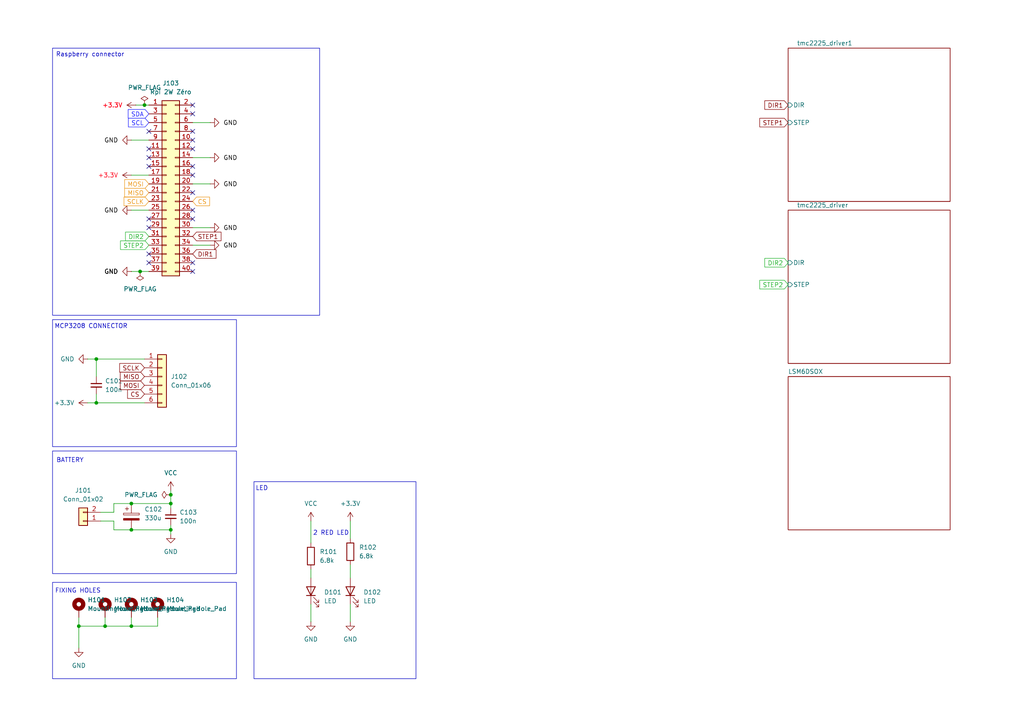
<source format=kicad_sch>
(kicad_sch (version 20250114) (generator "eeschema") (generator_version "9.0")
  (paper "A4")
  (lib_symbols
    (symbol "Connector_Generic:Conn_01x02" (pin_names (offset 1.016) (hide yes))
      (property "Reference" "J" (at 0 2.54 0))
      (property "Value" "Conn_01x02" (at 0 -5.08 0))
      (symbol "Conn_01x02_1_1"
        (rectangle (start -1.27 1.27) (end 1.27 -3.81) (stroke (width 0.254)) (fill (type background)))
        (rectangle (start -1.27 0.127) (end 0 -0.127) (stroke (width 0.1524)))
        (rectangle (start -1.27 -2.413) (end 0 -2.667) (stroke (width 0.1524)))
        (pin passive line (at -5.08 0 0) (length 3.81) (name "Pin_1") (number "1"))
        (pin passive line (at -5.08 -2.54 0) (length 3.81) (name "Pin_2") (number "2"))
      )
    )
    (symbol "Connector_Generic:Conn_01x06" (pin_names (offset 1.016) (hide yes))
      (property "Reference" "J" (at 0 7.62 0))
      (property "Value" "Conn_01x06" (at 0 -10.16 0))
      (symbol "Conn_01x06_1_1"
        (rectangle (start -1.27 6.35) (end 1.27 -8.89) (stroke (width 0.254)) (fill (type background)))
        (rectangle (start -1.27 5.207) (end 0 4.953) (stroke (width 0.1524)))
        (rectangle (start -1.27 2.667) (end 0 2.413) (stroke (width 0.1524)))
        (rectangle (start -1.27 0.127) (end 0 -0.127) (stroke (width 0.1524)))
        (rectangle (start -1.27 -2.413) (end 0 -2.667) (stroke (width 0.1524)))
        (rectangle (start -1.27 -4.953) (end 0 -5.207) (stroke (width 0.1524)))
        (rectangle (start -1.27 -7.493) (end 0 -7.747) (stroke (width 0.1524)))
        (pin passive line (at -5.08 5.08 0) (length 3.81) (name "Pin_1") (number "1"))
        (pin passive line (at -5.08 2.54 0) (length 3.81) (name "Pin_2") (number "2"))
        (pin passive line (at -5.08 0 0) (length 3.81) (name "Pin_3") (number "3"))
        (pin passive line (at -5.08 -2.54 0) (length 3.81) (name "Pin_4") (number "4"))
        (pin passive line (at -5.08 -5.08 0) (length 3.81) (name "Pin_5") (number "5"))
        (pin passive line (at -5.08 -7.62 0) (length 3.81) (name "Pin_6") (number "6"))
      )
    )
    (symbol "Connector_Generic:Conn_02x20_Odd_Even" (pin_names (offset 1.016) (hide yes))
      (property "Reference" "J" (at 1.27 25.4 0))
      (property "Value" "Conn_02x20_Odd_Even" (at 1.27 -27.94 0))
      (symbol "Conn_02x20_Odd_Even_1_1"
        (rectangle (start -1.27 24.13) (end 3.81 -26.67) (stroke (width 0.254)) (fill (type background)))
        (rectangle (start -1.27 22.987) (end 0 22.733) (stroke (width 0.1524)))
        (rectangle (start -1.27 20.447) (end 0 20.193) (stroke (width 0.1524)))
        (rectangle (start -1.27 17.907) (end 0 17.653) (stroke (width 0.1524)))
        (rectangle (start -1.27 15.367) (end 0 15.113) (stroke (width 0.1524)))
        (rectangle (start -1.27 12.827) (end 0 12.573) (stroke (width 0.1524)))
        (rectangle (start -1.27 10.287) (end 0 10.033) (stroke (width 0.1524)))
        (rectangle (start -1.27 7.747) (end 0 7.493) (stroke (width 0.1524)))
        (rectangle (start -1.27 5.207) (end 0 4.953) (stroke (width 0.1524)))
        (rectangle (start -1.27 2.667) (end 0 2.413) (stroke (width 0.1524)))
        (rectangle (start -1.27 0.127) (end 0 -0.127) (stroke (width 0.1524)))
        (rectangle (start -1.27 -2.413) (end 0 -2.667) (stroke (width 0.1524)))
        (rectangle (start -1.27 -4.953) (end 0 -5.207) (stroke (width 0.1524)))
        (rectangle (start -1.27 -7.493) (end 0 -7.747) (stroke (width 0.1524)))
        (rectangle (start -1.27 -10.033) (end 0 -10.287) (stroke (width 0.1524)))
        (rectangle (start -1.27 -12.573) (end 0 -12.827) (stroke (width 0.1524)))
        (rectangle (start -1.27 -15.113) (end 0 -15.367) (stroke (width 0.1524)))
        (rectangle (start -1.27 -17.653) (end 0 -17.907) (stroke (width 0.1524)))
        (rectangle (start -1.27 -20.193) (end 0 -20.447) (stroke (width 0.1524)))
        (rectangle (start -1.27 -22.733) (end 0 -22.987) (stroke (width 0.1524)))
        (rectangle (start -1.27 -25.273) (end 0 -25.527) (stroke (width 0.1524)))
        (rectangle (start 3.81 22.987) (end 2.54 22.733) (stroke (width 0.1524)))
        (rectangle (start 3.81 20.447) (end 2.54 20.193) (stroke (width 0.1524)))
        (rectangle (start 3.81 17.907) (end 2.54 17.653) (stroke (width 0.1524)))
        (rectangle (start 3.81 15.367) (end 2.54 15.113) (stroke (width 0.1524)))
        (rectangle (start 3.81 12.827) (end 2.54 12.573) (stroke (width 0.1524)))
        (rectangle (start 3.81 10.287) (end 2.54 10.033) (stroke (width 0.1524)))
        (rectangle (start 3.81 7.747) (end 2.54 7.493) (stroke (width 0.1524)))
        (rectangle (start 3.81 5.207) (end 2.54 4.953) (stroke (width 0.1524)))
        (rectangle (start 3.81 2.667) (end 2.54 2.413) (stroke (width 0.1524)))
        (rectangle (start 3.81 0.127) (end 2.54 -0.127) (stroke (width 0.1524)))
        (rectangle (start 3.81 -2.413) (end 2.54 -2.667) (stroke (width 0.1524)))
        (rectangle (start 3.81 -4.953) (end 2.54 -5.207) (stroke (width 0.1524)))
        (rectangle (start 3.81 -7.493) (end 2.54 -7.747) (stroke (width 0.1524)))
        (rectangle (start 3.81 -10.033) (end 2.54 -10.287) (stroke (width 0.1524)))
        (rectangle (start 3.81 -12.573) (end 2.54 -12.827) (stroke (width 0.1524)))
        (rectangle (start 3.81 -15.113) (end 2.54 -15.367) (stroke (width 0.1524)))
        (rectangle (start 3.81 -17.653) (end 2.54 -17.907) (stroke (width 0.1524)))
        (rectangle (start 3.81 -20.193) (end 2.54 -20.447) (stroke (width 0.1524)))
        (rectangle (start 3.81 -22.733) (end 2.54 -22.987) (stroke (width 0.1524)))
        (rectangle (start 3.81 -25.273) (end 2.54 -25.527) (stroke (width 0.1524)))
        (pin passive line (at -5.08 22.86 0) (length 3.81) (name "Pin_1") (number "1"))
        (pin passive line (at -5.08 20.32 0) (length 3.81) (name "Pin_3") (number "3"))
        (pin passive line (at -5.08 17.78 0) (length 3.81) (name "Pin_5") (number "5"))
        (pin passive line (at -5.08 15.24 0) (length 3.81) (name "Pin_7") (number "7"))
        (pin passive line (at -5.08 12.7 0) (length 3.81) (name "Pin_9") (number "9"))
        (pin passive line (at -5.08 10.16 0) (length 3.81) (name "Pin_11") (number "11"))
        (pin passive line (at -5.08 7.62 0) (length 3.81) (name "Pin_13") (number "13"))
        (pin passive line (at -5.08 5.08 0) (length 3.81) (name "Pin_15") (number "15"))
        (pin passive line (at -5.08 2.54 0) (length 3.81) (name "Pin_17") (number "17"))
        (pin passive line (at -5.08 0 0) (length 3.81) (name "Pin_19") (number "19"))
        (pin passive line (at -5.08 -2.54 0) (length 3.81) (name "Pin_21") (number "21"))
        (pin passive line (at -5.08 -5.08 0) (length 3.81) (name "Pin_23") (number "23"))
        (pin passive line (at -5.08 -7.62 0) (length 3.81) (name "Pin_25") (number "25"))
        (pin passive line (at -5.08 -10.16 0) (length 3.81) (name "Pin_27") (number "27"))
        (pin passive line (at -5.08 -12.7 0) (length 3.81) (name "Pin_29") (number "29"))
        (pin passive line (at -5.08 -15.24 0) (length 3.81) (name "Pin_31") (number "31"))
        (pin passive line (at -5.08 -17.78 0) (length 3.81) (name "Pin_33") (number "33"))
        (pin passive line (at -5.08 -20.32 0) (length 3.81) (name "Pin_35") (number "35"))
        (pin passive line (at -5.08 -22.86 0) (length 3.81) (name "Pin_37") (number "37"))
        (pin passive line (at -5.08 -25.4 0) (length 3.81) (name "Pin_39") (number "39"))
        (pin passive line (at 7.62 22.86 180) (length 3.81) (name "Pin_2") (number "2"))
        (pin passive line (at 7.62 20.32 180) (length 3.81) (name "Pin_4") (number "4"))
        (pin passive line (at 7.62 17.78 180) (length 3.81) (name "Pin_6") (number "6"))
        (pin passive line (at 7.62 15.24 180) (length 3.81) (name "Pin_8") (number "8"))
        (pin passive line (at 7.62 12.7 180) (length 3.81) (name "Pin_10") (number "10"))
        (pin passive line (at 7.62 10.16 180) (length 3.81) (name "Pin_12") (number "12"))
        (pin passive line (at 7.62 7.62 180) (length 3.81) (name "Pin_14") (number "14"))
        (pin passive line (at 7.62 5.08 180) (length 3.81) (name "Pin_16") (number "16"))
        (pin passive line (at 7.62 2.54 180) (length 3.81) (name "Pin_18") (number "18"))
        (pin passive line (at 7.62 0 180) (length 3.81) (name "Pin_20") (number "20"))
        (pin passive line (at 7.62 -2.54 180) (length 3.81) (name "Pin_22") (number "22"))
        (pin passive line (at 7.62 -5.08 180) (length 3.81) (name "Pin_24") (number "24"))
        (pin passive line (at 7.62 -7.62 180) (length 3.81) (name "Pin_26") (number "26"))
        (pin passive line (at 7.62 -10.16 180) (length 3.81) (name "Pin_28") (number "28"))
        (pin passive line (at 7.62 -12.7 180) (length 3.81) (name "Pin_30") (number "30"))
        (pin passive line (at 7.62 -15.24 180) (length 3.81) (name "Pin_32") (number "32"))
        (pin passive line (at 7.62 -17.78 180) (length 3.81) (name "Pin_34") (number "34"))
        (pin passive line (at 7.62 -20.32 180) (length 3.81) (name "Pin_36") (number "36"))
        (pin passive line (at 7.62 -22.86 180) (length 3.81) (name "Pin_38") (number "38"))
        (pin passive line (at 7.62 -25.4 180) (length 3.81) (name "Pin_40") (number "40"))
      )
    )
    (symbol "Device:C_Polarized" (pin_numbers (hide yes)) (pin_names (offset 0.254))
      (property "Reference" "C" (at 0.635 2.54 0))
      (property "Value" "C_Polarized" (at 0.635 -2.54 0))
      (symbol "C_Polarized_0_1"
        (rectangle (start -2.286 0.508) (end 2.286 1.016))
        (polyline (pts (xy -1.778 2.286) (xy -0.762 2.286)))
        (polyline (pts (xy -1.27 2.794) (xy -1.27 1.778)))
        (rectangle (start 2.286 -0.508) (end -2.286 -1.016) (fill (type outline)))
      )
      (symbol "C_Polarized_1_1"
        (pin passive line (at 0 3.81 270) (length 2.794) (name "~") (number "1"))
        (pin passive line (at 0 -3.81 90) (length 2.794) (name "~") (number "2"))
      )
    )
    (symbol "Device:C_Small" (pin_numbers (hide yes)) (pin_names (offset 0.254) (hide yes))
      (property "Reference" "C" (at 0.254 1.778 0))
      (property "Value" "C_Small" (at 0.254 -2.032 0))
      (symbol "C_Small_0_1"
        (polyline (pts (xy -1.524 0.508) (xy 1.524 0.508)) (stroke (width 0.3048)))
        (polyline (pts (xy -1.524 -0.508) (xy 1.524 -0.508)) (stroke (width 0.3302)))
      )
      (symbol "C_Small_1_1"
        (pin passive line (at 0 2.54 270) (length 2.032) (name "~") (number "1"))
        (pin passive line (at 0 -2.54 90) (length 2.032) (name "~") (number "2"))
      )
    )
    (symbol "Device:LED" (pin_numbers (hide yes)) (pin_names (offset 1.016) (hide yes))
      (property "Reference" "D" (at 0 2.54 0))
      (property "Value" "LED" (at 0 -2.54 0))
      (symbol "LED_0_1"
        (polyline (pts (xy -3.048 -0.762) (xy -4.572 -2.286) (xy -3.81 -2.286) (xy -4.572 -2.286) (xy -4.572 -1.524)))
        (polyline (pts (xy -1.778 -0.762) (xy -3.302 -2.286) (xy -2.54 -2.286) (xy -3.302 -2.286) (xy -3.302 -1.524)))
        (polyline (pts (xy -1.27 0) (xy 1.27 0)))
        (polyline (pts (xy -1.27 -1.27) (xy -1.27 1.27)) (stroke (width 0.254)))
        (polyline (pts (xy 1.27 -1.27) (xy 1.27 1.27) (xy -1.27 0) (xy 1.27 -1.27)) (stroke (width 0.254)))
      )
      (symbol "LED_1_1"
        (pin passive line (at -3.81 0 0) (length 2.54) (name "K") (number "1"))
        (pin passive line (at 3.81 0 180) (length 2.54) (name "A") (number "2"))
      )
    )
    (symbol "Device:R" (pin_numbers (hide yes)) (pin_names (offset 0))
      (property "Reference" "R" (at 2.032 0 90))
      (property "Value" "R" (at 0 0 90))
      (symbol "R_0_1"
        (rectangle (start -1.016 -2.54) (end 1.016 2.54) (stroke (width 0.254)))
      )
      (symbol "R_1_1"
        (pin passive line (at 0 3.81 270) (length 1.27) (name "~") (number "1"))
        (pin passive line (at 0 -3.81 90) (length 1.27) (name "~") (number "2"))
      )
    )
    (symbol "Mechanical:MountingHole_Pad" (pin_numbers (hide yes)) (pin_names (offset 1.016) (hide yes))
      (property "Reference" "H" (at 0 6.35 0))
      (property "Value" "MountingHole_Pad" (at 0 4.445 0))
      (symbol "MountingHole_Pad_0_1"
        (circle (center 0 1.27) (radius 1.27) (stroke (width 1.27)))
      )
      (symbol "MountingHole_Pad_1_1"
        (pin input line (at 0 -2.54 90) (length 2.54) (name "1") (number "1"))
      )
    )
    (symbol "VCC_2" (power) (pin_numbers (hide yes)) (pin_names (offset 0) (hide yes))
      (property "Value" "VCC" (at 0 3.556 0))
      (symbol "VCC_2_0_1"
        (polyline (pts (xy -0.762 1.27) (xy 0 2.54)))
        (polyline (pts (xy 0 2.54) (xy 0.762 1.27)))
        (polyline (pts (xy 0 0) (xy 0 2.54)))
      )
      (symbol "VCC_2_1_1"
        (pin power_in line (at 0 0 90) (length 0) (name "~") (number "1"))
      )
    )
    (symbol "power:+3.3V" (power) (pin_numbers (hide yes)) (pin_names (offset 0) (hide yes))
      (property "Value" "+3.3V" (at 0 3.556 0))
      (symbol "+3.3V_0_1"
        (polyline (pts (xy -0.762 1.27) (xy 0 2.54)))
        (polyline (pts (xy 0 2.54) (xy 0.762 1.27)))
        (polyline (pts (xy 0 0) (xy 0 2.54)))
      )
      (symbol "+3.3V_1_1"
        (pin power_in line (at 0 0 90) (length 0) (name "~") (number "1"))
      )
    )
    (symbol "power:GND" (power) (pin_numbers (hide yes)) (pin_names (offset 0) (hide yes))
      (property "Value" "GND" (at 0 -3.81 0))
      (symbol "GND_0_1"
        (polyline (pts (xy 0 0) (xy 0 -1.27) (xy 1.27 -1.27) (xy 0 -2.54) (xy -1.27 -1.27) (xy 0 -1.27)))
      )
      (symbol "GND_1_1"
        (pin power_in line (at 0 0 270) (length 0) (name "~") (number "1"))
      )
    )
    (symbol "power:PWR_FLAG" (power) (pin_numbers (hide yes)) (pin_names (offset 0) (hide yes))
      (property "Value" "PWR_FLAG" (at 0 3.81 0))
      (symbol "PWR_FLAG_0_0"
        (pin power_out line (at 0 0 90) (length 0) (name "~") (number "1"))
      )
      (symbol "PWR_FLAG_0_1"
        (polyline (pts (xy 0 0) (xy 0 1.27) (xy -1.016 1.905) (xy 0 2.54) (xy 1.016 1.905) (xy 0 1.27)))
      )
    )
    (symbol "power:VCC" (power) (pin_names (offset 0))
      (property "Value" "VCC" (at 0 3.81 0))
      (symbol "VCC_0_1"
        (polyline (pts (xy -0.762 1.27) (xy 0 2.54)))
        (polyline (pts (xy 0 2.54) (xy 0.762 1.27)))
        (polyline (pts (xy 0 0) (xy 0 2.54)))
      )
      (symbol "VCC_1_1"
        (pin power_in line (at 0 0 90) (length 0) (hide yes) (name "VCC") (number "1"))
      )
    )
  )
  (rectangle (start 15.24 168.91) (end 68.58 196.85))
  (rectangle (start 15.24 92.71) (end 68.58 129.54))
  (rectangle (start 73.66 139.7) (end 120.65 196.85))
  (rectangle (start 15.24 130.81) (end 68.58 166.37))
  (text "FIXING HOLES\n" (at 22.606 171.45 0) (effects (font (size 1.27 1.27))))
  (text "2 RED LED\n" (at 96.012 154.686 0) (effects (font (size 1.27 1.27))))
  (text "BATTERY\n" (at 20.32 133.604 0) (effects (font (size 1.27 1.27))))
  (text "LED" (at 75.946 141.732 0) (effects (font (size 1.27 1.27))))
  (text "MCP3208 CONNECTOR" (at 26.416 94.742 0) (effects (font (size 1.27 1.27))))
  (text_box "Raspberry connector\n\n" (at 15.24 13.97 0) (size 77.47 77.47) (margins 0.9525 0.9525 0.9525 0.9525) (effects (font (size 1.27 1.27)) (justify left top)))
  (junction (at 27.94 116.84))
  (junction (at 38.1 146.05))
  (junction (at 38.1 181.61))
  (junction (at 49.53 143.51))
  (junction (at 27.94 104.14))
  (junction (at 40.64 78.74))
  (junction (at 22.86 181.61))
  (junction (at 49.53 153.67))
  (junction (at 49.53 146.05))
  (junction (at 30.48 181.61))
  (junction (at 38.1 153.67))
  (junction (at 41.91 30.48))
  (no_connect (at 55.88 48.26))
  (no_connect (at 43.18 43.18))
  (no_connect (at 55.88 30.48))
  (no_connect (at 43.18 38.1))
  (no_connect (at 55.88 40.64))
  (no_connect (at 55.88 55.88))
  (no_connect (at 43.18 76.2))
  (no_connect (at 55.88 60.96))
  (no_connect (at 43.18 45.72))
  (no_connect (at 55.88 43.18))
  (no_connect (at 55.88 78.74))
  (no_connect (at 55.88 33.02))
  (no_connect (at 43.18 73.66))
  (no_connect (at 55.88 63.5))
  (no_connect (at 43.18 63.5))
  (no_connect (at 43.18 48.26))
  (no_connect (at 55.88 38.1))
  (no_connect (at 55.88 76.2))
  (no_connect (at 55.88 50.8))
  (no_connect (at 43.18 66.04))
  (wire (pts (xy 38.1 78.74) (xy 40.64 78.74)))
  (wire (pts (xy 55.88 66.04) (xy 60.96 66.04)))
  (wire (pts (xy 38.1 153.67) (xy 49.53 153.67)))
  (wire (pts (xy 22.86 181.61) (xy 22.86 187.96)))
  (wire (pts (xy 25.4 116.84) (xy 27.94 116.84)))
  (wire (pts (xy 29.21 148.59) (xy 33.02 148.59)))
  (wire (pts (xy 25.4 104.14) (xy 27.94 104.14)))
  (wire (pts (xy 38.1 146.05) (xy 49.53 146.05)))
  (wire (pts (xy 30.48 181.61) (xy 22.86 181.61)))
  (wire (pts (xy 39.37 30.48) (xy 41.91 30.48)))
  (wire (pts (xy 33.02 146.05) (xy 38.1 146.05)))
  (wire (pts (xy 33.02 153.67) (xy 38.1 153.67)))
  (wire (pts (xy 38.1 179.07) (xy 38.1 181.61)))
  (wire (pts (xy 29.21 151.13) (xy 33.02 151.13)))
  (wire (pts (xy 49.53 143.51) (xy 49.53 146.05)))
  (wire (pts (xy 101.6 163.83) (xy 101.6 167.64)))
  (wire (pts (xy 27.94 114.3) (xy 27.94 116.84)))
  (wire (pts (xy 55.88 71.12) (xy 60.96 71.12)))
  (wire (pts (xy 45.72 179.07) (xy 45.72 181.61)))
  (wire (pts (xy 27.94 104.14) (xy 41.91 104.14)))
  (wire (pts (xy 101.6 175.26) (xy 101.6 180.34)))
  (wire (pts (xy 38.1 50.8) (xy 43.18 50.8)))
  (wire (pts (xy 55.88 53.34) (xy 60.96 53.34)))
  (wire (pts (xy 27.94 116.84) (xy 41.91 116.84)))
  (wire (pts (xy 90.17 175.26) (xy 90.17 180.34)))
  (wire (pts (xy 49.53 146.05) (xy 49.53 147.32)))
  (wire (pts (xy 38.1 181.61) (xy 45.72 181.61)))
  (wire (pts (xy 40.64 78.74) (xy 43.18 78.74)))
  (wire (pts (xy 90.17 165.1) (xy 90.17 167.64)))
  (wire (pts (xy 49.53 142.24) (xy 49.53 143.51)))
  (wire (pts (xy 55.88 45.72) (xy 60.96 45.72)))
  (wire (pts (xy 22.86 179.07) (xy 22.86 181.61)))
  (wire (pts (xy 33.02 151.13) (xy 33.02 153.67)))
  (wire (pts (xy 101.6 151.13) (xy 101.6 156.21)))
  (wire (pts (xy 60.96 35.56) (xy 55.88 35.56)))
  (wire (pts (xy 41.91 30.48) (xy 43.18 30.48)))
  (wire (pts (xy 38.1 60.96) (xy 43.18 60.96)))
  (wire (pts (xy 49.53 154.94) (xy 49.53 153.67)))
  (wire (pts (xy 90.17 151.13) (xy 90.17 157.48)))
  (wire (pts (xy 27.94 104.14) (xy 27.94 109.22)))
  (wire (pts (xy 38.1 40.64) (xy 43.18 40.64)))
  (wire (pts (xy 49.53 153.67) (xy 49.53 152.4)))
  (wire (pts (xy 30.48 179.07) (xy 30.48 181.61)))
  (wire (pts (xy 30.48 181.61) (xy 38.1 181.61)))
  (wire (pts (xy 33.02 148.59) (xy 33.02 146.05)))
  (global_label "CS" (shape input) (at 55.88 58.42 0) (property "Intersheetrefs" "${INTERSHEET_REFS}" (effects (hide yes))))
  (global_label "CS" (shape input) (at 41.91 114.3 180) (property "Intersheetrefs" "${INTERSHEET_REFS}" (effects (hide yes))))
  (global_label "MISO" (shape input) (at 41.91 109.22 180) (property "Intersheetrefs" "${INTERSHEET_REFS}" (effects (hide yes))))
  (global_label "STEP2" (shape input) (at 228.6 82.55 180) (property "Intersheetrefs" "${INTERSHEET_REFS}" (effects (hide yes))))
  (global_label "MOSI" (shape input) (at 43.18 53.34 180) (property "Intersheetrefs" "${INTERSHEET_REFS}" (effects (hide yes))))
  (global_label "SDA" (shape input) (at 43.18 33.02 180) (property "Intersheetrefs" "${INTERSHEET_REFS}" (effects (hide yes))))
  (global_label "SCLK" (shape input) (at 41.91 106.68 180) (property "Intersheetrefs" "${INTERSHEET_REFS}" (effects (hide yes))))
  (global_label "MISO" (shape input) (at 43.18 55.88 180) (property "Intersheetrefs" "${INTERSHEET_REFS}" (effects (hide yes))))
  (global_label "STEP1" (shape input) (at 55.88 68.58 0) (property "Intersheetrefs" "${INTERSHEET_REFS}" (effects (hide yes))))
  (global_label "STEP1" (shape input) (at 228.6 35.56 180) (property "Intersheetrefs" "${INTERSHEET_REFS}" (effects (hide yes))))
  (global_label "DIR2" (shape input) (at 228.6 76.2 180) (property "Intersheetrefs" "${INTERSHEET_REFS}" (effects (hide yes))))
  (global_label "SCLK" (shape input) (at 43.18 58.42 180) (property "Intersheetrefs" "${INTERSHEET_REFS}" (effects (hide yes))))
  (global_label "STEP2" (shape input) (at 43.18 71.12 180) (property "Intersheetrefs" "${INTERSHEET_REFS}" (effects (hide yes))))
  (global_label "DIR2" (shape input) (at 43.18 68.58 180) (property "Intersheetrefs" "${INTERSHEET_REFS}" (effects (hide yes))))
  (global_label "SCL" (shape input) (at 43.18 35.56 180) (property "Intersheetrefs" "${INTERSHEET_REFS}" (effects (hide yes))))
  (global_label "DIR1" (shape input) (at 55.88 73.66 0) (property "Intersheetrefs" "${INTERSHEET_REFS}" (effects (hide yes))))
  (global_label "DIR1" (shape input) (at 228.6 30.48 180) (property "Intersheetrefs" "${INTERSHEET_REFS}" (effects (hide yes))))
  (global_label "MOSI" (shape input) (at 41.91 111.76 180) (property "Intersheetrefs" "${INTERSHEET_REFS}" (effects (hide yes))))
  (symbol (lib_id "power:GND") (at 38.1 60.96 270) (unit 1)
    (property "Reference" "#PWR0106" (effects (hide yes)))
    (property "Value" "GND" (at 34.29 60.9599 90) (effects (justify right)))
    (property "Description" "Power symbol creates a global label with name \"GND\" , ground" (effects (hide yes)))
  )
  (symbol (lib_id "power:GND") (at 60.96 66.04 90) (unit 1)
    (property "Reference" "#PWR0114" (effects (hide yes)))
    (property "Value" "GND" (at 64.77 66.0399 90) (effects (justify right)))
    (property "Description" "Power symbol creates a global label with name \"GND\" , ground" (effects (hide yes)))
  )
  (symbol (lib_name "VCC_2") (lib_id "power:VCC") (at 49.53 142.24 0) (unit 1)
    (property "Reference" "#PWR0109" (effects (hide yes)))
    (property "Value" "VCC" (at 49.53 137.16 0))
    (property "Description" "Power symbol creates a global label with name \"VCC\"" (effects (hide yes)))
  )
  (symbol (lib_id "power:+3.3V") (at 101.6 151.13 0) (unit 1)
    (property "Reference" "#PWR0118" (effects (hide yes)))
    (property "Value" "+3.3V" (at 101.6 146.05 0))
    (property "Description" "Power symbol creates a global label with name \"+3.3V\"" (effects (hide yes)))
  )
  (symbol (lib_id "power:GND") (at 60.96 53.34 90) (unit 1)
    (property "Reference" "#PWR0113" (effects (hide yes)))
    (property "Value" "GND" (at 64.77 53.3399 90) (effects (justify right)))
    (property "Description" "Power symbol creates a global label with name \"GND\" , ground" (effects (hide yes)))
  )
  (symbol (lib_id "Device:LED") (at 101.6 171.45 90) (unit 1)
    (property "Reference" "D102" (at 105.41 171.7674 90) (effects (justify right)))
    (property "Value" "LED" (at 105.41 174.3074 90) (effects (justify right)))
    (property "Footprint" "LED_SMD:LED_0603_1608Metric" (effects (hide yes)))
    (property "Description" "Light emitting diode" (effects (hide yes)))
  )
  (symbol (lib_id "power:GND") (at 25.4 104.14 270) (unit 1)
    (property "Reference" "#PWR0102" (effects (hide yes)))
    (property "Value" "GND" (at 21.59 104.1399 90) (effects (justify right)))
    (property "Description" "Power symbol creates a global label with name \"GND\" , ground" (effects (hide yes)))
  )
  (symbol (lib_id "Device:C_Small") (at 27.94 111.76 0) (unit 1)
    (property "Reference" "C101" (at 30.48 110.4962 0) (effects (justify left)))
    (property "Value" "100n" (at 30.48 113.0362 0) (effects (justify left)))
    (property "Footprint" "Capacitor_SMD:C_0603_1608Metric" (effects (hide yes)))
    (property "Description" "Unpolarized capacitor, small symbol" (effects (hide yes)))
  )
  (symbol (lib_id "power:GND") (at 60.96 45.72 90) (unit 1)
    (property "Reference" "#PWR0112" (effects (hide yes)))
    (property "Value" "GND" (at 64.77 45.7199 90) (effects (justify right)))
    (property "Description" "Power symbol creates a global label with name \"GND\" , ground" (effects (hide yes)))
  )
  (symbol (lib_id "power:GND") (at 38.1 78.74 270) (unit 1)
    (property "Reference" "#PWR0107" (effects (hide yes)))
    (property "Value" "GND" (at 34.29 78.7399 90) (effects (justify right)))
    (property "Description" "Power symbol creates a global label with name \"GND\" , ground" (effects (hide yes)))
  )
  (symbol (lib_id "Device:R") (at 90.17 161.29 0) (unit 1)
    (property "Reference" "R101" (at 92.71 160.0199 0) (effects (justify left)))
    (property "Value" "6.8k" (at 92.71 162.5599 0) (effects (justify left)))
    (property "Footprint" "Resistor_SMD:R_0603_1608Metric" (effects (hide yes)))
    (property "Description" "Resistor" (effects (hide yes)))
  )
  (symbol (lib_id "power:+3.3V") (at 25.4 116.84 90) (unit 1)
    (property "Reference" "#PWR0103" (effects (hide yes)))
    (property "Value" "+3.3V" (at 21.59 116.8399 90) (effects (justify left)))
    (property "Description" "Power symbol creates a global label with name \"+3.3V\"" (effects (hide yes)))
  )
  (symbol (lib_id "power:PWR_FLAG") (at 40.64 78.74 180) (unit 1)
    (property "Reference" "#FLG0101" (effects (hide yes)))
    (property "Value" "PWR_FLAG" (at 40.64 83.82 0))
    (property "Description" "Special symbol for telling ERC where power comes from" (effects (hide yes)))
  )
  (symbol (lib_id "power:GND") (at 90.17 180.34 0) (unit 1)
    (property "Reference" "#PWR0117" (effects (hide yes)))
    (property "Value" "GND" (at 90.17 185.42 0))
    (property "Description" "Power symbol creates a global label with name \"GND\" , ground" (effects (hide yes)))
  )
  (symbol (lib_id "Device:R") (at 101.6 160.02 0) (unit 1)
    (property "Reference" "R102" (at 104.14 158.7499 0) (effects (justify left)))
    (property "Value" "6.8k" (at 104.14 161.2899 0) (effects (justify left)))
    (property "Footprint" "Resistor_SMD:R_0603_1608Metric" (effects (hide yes)))
    (property "Description" "Resistor" (effects (hide yes)))
  )
  (symbol (lib_id "power:GND") (at 60.96 35.56 90) (unit 1)
    (property "Reference" "#PWR0111" (effects (hide yes)))
    (property "Value" "GND" (at 64.77 35.5599 90) (effects (justify right)))
    (property "Description" "Power symbol creates a global label with name \"GND\" , ground" (effects (hide yes)))
  )
  (symbol (lib_id "power:PWR_FLAG") (at 41.91 30.48 0) (unit 1)
    (property "Reference" "#FLG0102" (effects (hide yes)))
    (property "Value" "PWR_FLAG" (at 41.91 25.4 0))
    (property "Description" "Special symbol for telling ERC where power comes from" (effects (hide yes)))
  )
  (symbol (lib_id "Connector_Generic:Conn_01x02") (at 24.13 151.13 180) (unit 1)
    (property "Reference" "J101" (at 24.13 142.24 0))
    (property "Value" "Conn_01x02" (at 24.13 144.78 0))
    (property "Footprint" "Connector_JST:JST_EH_B2B-EH-A_1x02_P2.50mm_Vertical" (effects (hide yes)))
    (property "Description" "Generic connector, single row, 01x02, script generated (kicad-library-utils/schlib/autogen/connector/)" (effects (hide yes)))
  )
  (symbol (lib_id "Mechanical:MountingHole_Pad") (at 22.86 176.53 0) (unit 1)
    (property "Reference" "H101" (at 25.4 173.9899 0) (effects (justify left)))
    (property "Value" "MountingHole_Pad" (at 25.4 176.5299 0) (effects (justify left)))
    (property "Footprint" "MountingHole:MountingHole_2.7mm_M2.5_Pad" (effects (hide yes)))
    (property "Description" "Mounting Hole with connection" (effects (hide yes)))
  )
  (symbol (lib_id "Mechanical:MountingHole_Pad") (at 45.72 176.53 0) (unit 1)
    (property "Reference" "H104" (at 48.26 173.9899 0) (effects (justify left)))
    (property "Value" "MountingHole_Pad" (at 48.26 176.5299 0) (effects (justify left)))
    (property "Footprint" "MountingHole:MountingHole_2.7mm_M2.5_Pad" (effects (hide yes)))
    (property "Description" "Mounting Hole with connection" (effects (hide yes)))
  )
  (symbol (lib_id "Device:C_Polarized") (at 38.1 149.86 0) (unit 1)
    (property "Reference" "C102" (at 41.91 147.7009 0) (effects (justify left)))
    (property "Value" "330u" (at 41.91 150.2409 0) (effects (justify left)))
    (property "Footprint" "Capacitor_SMD:CP_Elec_6.3x5.4" (effects (hide yes)))
    (property "Description" "Polarized capacitor" (effects (hide yes)))
  )
  (symbol (lib_id "power:GND") (at 22.86 187.96 0) (unit 1)
    (property "Reference" "#PWR0101" (effects (hide yes)))
    (property "Value" "GND" (at 22.86 193.04 0))
    (property "Description" "Power symbol creates a global label with name \"GND\" , ground" (effects (hide yes)))
  )
  (symbol (lib_id "Mechanical:MountingHole_Pad") (at 38.1 176.53 0) (unit 1)
    (property "Reference" "H103" (at 40.64 173.9899 0) (effects (justify left)))
    (property "Value" "MountingHole_Pad" (at 40.64 176.5299 0) (effects (justify left)))
    (property "Footprint" "MountingHole:MountingHole_2.7mm_M2.5_Pad" (effects (hide yes)))
    (property "Description" "Mounting Hole with connection" (effects (hide yes)))
  )
  (symbol (lib_id "Mechanical:MountingHole_Pad") (at 30.48 176.53 0) (unit 1)
    (property "Reference" "H102" (at 33.02 173.9899 0) (effects (justify left)))
    (property "Value" "MountingHole_Pad" (at 33.02 176.5299 0) (effects (justify left)))
    (property "Footprint" "MountingHole:MountingHole_2.7mm_M2.5_Pad" (effects (hide yes)))
    (property "Description" "Mounting Hole with connection" (effects (hide yes)))
  )
  (symbol (lib_id "power:GND") (at 101.6 180.34 0) (unit 1)
    (property "Reference" "#PWR0119" (effects (hide yes)))
    (property "Value" "GND" (at 101.6 185.42 0))
    (property "Description" "Power symbol creates a global label with name \"GND\" , ground" (effects (hide yes)))
  )
  (symbol (lib_id "Connector_Generic:Conn_02x20_Odd_Even") (at 48.26 53.34 0) (unit 1)
    (property "Reference" "J103" (at 49.53 24.13 0))
    (property "Value" "Rpi 2W Zéro" (at 49.53 26.67 0))
    (property "Footprint" "Connector_PinSocket_2.54mm:PinSocket_2x20_P2.54mm_Vertical" (effects (hide yes)))
    (property "Description" "Generic connector, double row, 02x20, odd/even pin numbering scheme (row 1 odd numbers, row 2 even numbers), script generated (kicad-library-utils/schlib/autogen/connector/)" (effects (hide yes)))
  )
  (symbol (lib_id "Connector_Generic:Conn_01x06") (at 46.99 109.22 0) (unit 1)
    (property "Reference" "J102" (at 49.53 109.2199 0) (effects (justify left)))
    (property "Value" "Conn_01x06" (at 49.53 111.7599 0) (effects (justify left)))
    (property "Footprint" "Connector_JST:JST_PH_B6B-PH-K_1x06_P2.00mm_Vertical" (effects (hide yes)))
    (property "Description" "Generic connector, single row, 01x06, script generated (kicad-library-utils/schlib/autogen/connector/)" (effects (hide yes)))
  )
  (symbol (lib_id "power:+3.3V") (at 39.37 30.48 90) (unit 1)
    (property "Reference" "#PWR0108" (effects (hide yes)))
    (property "Value" "+3.3V" (at 35.56 30.4799 90) (effects (justify left)))
    (property "Description" "Power symbol creates a global label with name \"+3.3V\"" (effects (hide yes)))
  )
  (symbol (lib_id "power:+3.3V") (at 38.1 50.8 90) (unit 1)
    (property "Reference" "#PWR0105" (effects (hide yes)))
    (property "Value" "+3.3V" (at 34.29 50.7999 90) (effects (justify left)))
    (property "Description" "Power symbol creates a global label with name \"+3.3V\"" (effects (hide yes)))
  )
  (symbol (lib_id "Device:C_Small") (at 49.53 149.86 0) (unit 1)
    (property "Reference" "C103" (at 52.07 148.5962 0) (effects (justify left)))
    (property "Value" "100n" (at 52.07 151.13 0) (effects (justify left)))
    (property "Footprint" "Capacitor_SMD:C_0603_1608Metric" (effects (hide yes)))
    (property "Description" "Unpolarized capacitor, small symbol" (effects (hide yes)))
  )
  (symbol (lib_id "power:GND") (at 49.53 154.94 0) (unit 1)
    (property "Reference" "#PWR0110" (effects (hide yes)))
    (property "Value" "GND" (at 49.53 160.02 0))
    (property "Description" "Power symbol creates a global label with name \"GND\" , ground" (effects (hide yes)))
  )
  (symbol (lib_id "power:VCC") (at 90.17 151.13 0) (unit 1)
    (property "Reference" "#PWR0116" (effects (hide yes)))
    (property "Value" "VCC" (at 90.17 146.05 0))
    (property "Description" "Power symbol creates a global label with name \"VCC\"" (effects (hide yes)))
  )
  (symbol (lib_id "power:GND") (at 60.96 71.12 90) (unit 1)
    (property "Reference" "#PWR0115" (effects (hide yes)))
    (property "Value" "GND" (at 64.77 71.1199 90) (effects (justify right)))
    (property "Description" "Power symbol creates a global label with name \"GND\" , ground" (effects (hide yes)))
  )
  (symbol (lib_id "power:PWR_FLAG") (at 49.53 143.51 90) (unit 1)
    (property "Reference" "#FLG0103" (effects (hide yes)))
    (property "Value" "PWR_FLAG" (at 45.72 143.5099 90) (effects (justify left)))
    (property "Description" "Special symbol for telling ERC where power comes from" (effects (hide yes)))
  )
  (symbol (lib_id "power:GND") (at 38.1 40.64 270) (unit 1)
    (property "Reference" "#PWR0104" (effects (hide yes)))
    (property "Value" "GND" (at 34.29 40.6399 90) (effects (justify right)))
    (property "Description" "Power symbol creates a global label with name \"GND\" , ground" (effects (hide yes)))
  )
  (symbol (lib_id "Device:LED") (at 90.17 171.45 90) (unit 1)
    (property "Reference" "D101" (at 93.98 171.7674 90) (effects (justify right)))
    (property "Value" "LED" (at 93.98 174.3074 90) (effects (justify right)))
    (property "Footprint" "LED_SMD:LED_0603_1608Metric" (effects (hide yes)))
    (property "Description" "Light emitting diode" (effects (hide yes)))
  )
  (sheet (at 228.6 13.97) (size 46.99 44.45) (stroke (width 0.1524))
    (property "Sheetname" "tmc2225_driver1" (at 231.14 13.2584 0) (effects (justify left bottom)))
    (property "Sheetfile" "tmc2225_driverkicad_sch.kicad_sch" (effects (hide yes)))
    (pin "DIR" input (at 228.6 30.48 180))
    (pin "STEP" input (at 228.6 35.56 180))
  )
  (sheet (at 228.6 109.22) (size 46.99 44.45) (stroke (width 0.1524))
    (property "Sheetname" "LSM6DSOX" (at 228.6 108.5084 0) (effects (justify left bottom)))
    (property "Sheetfile" "lms6dsox.kicad_sch" (effects (hide yes)))
  )
  (sheet (at 228.6 60.96) (size 46.99 44.45) (stroke (width 0.1524))
    (property "Sheetname" "tmc2225_driver" (at 231.14 60.2484 0) (effects (justify left bottom)))
    (property "Sheetfile" "tmc2225_driverkicad_sch.kicad_sch" (effects (hide yes)))
    (pin "DIR" input (at 228.6 76.2 180))
    (pin "STEP" input (at 228.6 82.55 180))
  )
)
</source>
